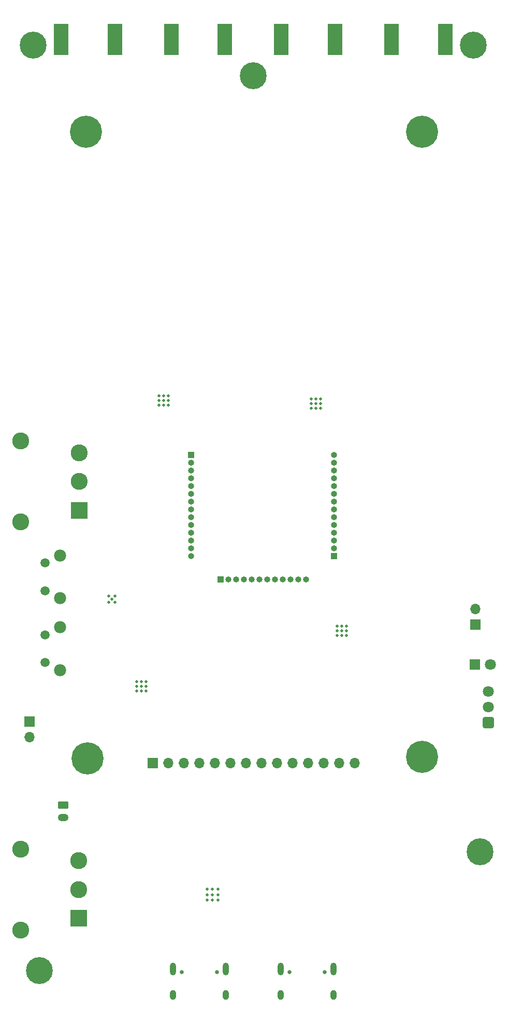
<source format=gbr>
%TF.GenerationSoftware,KiCad,Pcbnew,8.0.3*%
%TF.CreationDate,2024-12-10T11:07:40+00:00*%
%TF.ProjectId,PCB V2.4,50434220-5632-42e3-942e-6b696361645f,rev?*%
%TF.SameCoordinates,Original*%
%TF.FileFunction,Soldermask,Bot*%
%TF.FilePolarity,Negative*%
%FSLAX46Y46*%
G04 Gerber Fmt 4.6, Leading zero omitted, Abs format (unit mm)*
G04 Created by KiCad (PCBNEW 8.0.3) date 2024-12-10 11:07:40*
%MOMM*%
%LPD*%
G01*
G04 APERTURE LIST*
G04 Aperture macros list*
%AMRoundRect*
0 Rectangle with rounded corners*
0 $1 Rounding radius*
0 $2 $3 $4 $5 $6 $7 $8 $9 X,Y pos of 4 corners*
0 Add a 4 corners polygon primitive as box body*
4,1,4,$2,$3,$4,$5,$6,$7,$8,$9,$2,$3,0*
0 Add four circle primitives for the rounded corners*
1,1,$1+$1,$2,$3*
1,1,$1+$1,$4,$5*
1,1,$1+$1,$6,$7*
1,1,$1+$1,$8,$9*
0 Add four rect primitives between the rounded corners*
20,1,$1+$1,$2,$3,$4,$5,0*
20,1,$1+$1,$4,$5,$6,$7,0*
20,1,$1+$1,$6,$7,$8,$9,0*
20,1,$1+$1,$8,$9,$2,$3,0*%
G04 Aperture macros list end*
%ADD10C,0.700000*%
%ADD11C,4.400000*%
%ADD12C,0.500000*%
%ADD13C,1.515000*%
%ADD14C,1.980000*%
%ADD15R,1.000000X1.000000*%
%ADD16O,1.000000X1.000000*%
%ADD17RoundRect,0.250200X0.649800X-0.649800X0.649800X0.649800X-0.649800X0.649800X-0.649800X-0.649800X0*%
%ADD18C,1.800000*%
%ADD19C,0.650000*%
%ADD20O,1.000000X2.100000*%
%ADD21O,1.000000X1.600000*%
%ADD22R,1.700000X1.700000*%
%ADD23O,1.700000X1.700000*%
%ADD24C,0.800000*%
%ADD25C,5.250000*%
%ADD26R,2.420000X5.080000*%
%ADD27R,1.800000X1.800000*%
%ADD28RoundRect,0.250000X-0.625000X0.350000X-0.625000X-0.350000X0.625000X-0.350000X0.625000X0.350000X0*%
%ADD29O,1.750000X1.200000*%
%ADD30R,2.775000X2.775000*%
%ADD31C,2.775000*%
G04 APERTURE END LIST*
D10*
%TO.C,H1*%
X66473500Y-178487200D03*
X66956774Y-177320474D03*
X66956774Y-179653926D03*
X68123500Y-176837200D03*
D11*
X68123500Y-178487200D03*
D10*
X68123500Y-180137200D03*
X69290226Y-177320474D03*
X69290226Y-179653926D03*
X69773500Y-178487200D03*
%TD*%
D12*
%TO.C,IC4*%
X116834500Y-122312200D03*
X116834500Y-123074200D03*
X116834500Y-123836200D03*
X117596500Y-122312200D03*
X117596500Y-123074200D03*
X117596500Y-123836200D03*
X118358500Y-122312200D03*
X118358500Y-123074200D03*
X118358500Y-123836200D03*
%TD*%
%TO.C,IC6*%
X112643500Y-86752200D03*
X113405500Y-86752200D03*
X114167500Y-86752200D03*
X112643500Y-85990200D03*
X113405500Y-85990200D03*
X114167500Y-85990200D03*
X112643500Y-85228200D03*
X113405500Y-85228200D03*
X114167500Y-85228200D03*
%TD*%
D13*
%TO.C,RESET1*%
X69082500Y-111986200D03*
X69082500Y-116486200D03*
D14*
X71572500Y-110731200D03*
X71572500Y-117741200D03*
%TD*%
D15*
%TO.C,J10*%
X116326500Y-110882200D03*
D16*
X116326500Y-109612200D03*
X116326500Y-108342200D03*
X116326500Y-107072200D03*
X116326500Y-105802200D03*
X116326500Y-104532200D03*
X116326500Y-103262200D03*
X116326500Y-101992200D03*
X116326500Y-100722200D03*
X116326500Y-99452200D03*
X116326500Y-98182200D03*
X116326500Y-96912200D03*
X116326500Y-95642200D03*
X116326500Y-94372200D03*
%TD*%
D17*
%TO.C,U5*%
X141598500Y-138060200D03*
D18*
X141598500Y-135520200D03*
X141598500Y-132980200D03*
%TD*%
D12*
%TO.C,U6*%
X95562500Y-165206200D03*
X95562500Y-166095200D03*
X95562500Y-166984200D03*
X96451500Y-165206200D03*
X96451500Y-166095200D03*
X96451500Y-166984200D03*
X97340500Y-165206200D03*
X97340500Y-166095200D03*
X97340500Y-166984200D03*
%TD*%
D19*
%TO.C,USB_OTG1*%
X109053500Y-178787200D03*
X114833500Y-178787200D03*
D20*
X107623500Y-178257200D03*
D21*
X107623500Y-182437200D03*
D20*
X116263500Y-178257200D03*
D21*
X116263500Y-182437200D03*
%TD*%
D19*
%TO.C,USB_UART1*%
X91413500Y-178787200D03*
X97193500Y-178787200D03*
D20*
X89983500Y-178257200D03*
D21*
X89983500Y-182437200D03*
D20*
X98623500Y-178257200D03*
D21*
X98623500Y-182437200D03*
%TD*%
D22*
%TO.C,SCREEN1*%
X86742400Y-144619700D03*
D23*
X89282400Y-144619700D03*
X91822400Y-144619700D03*
X94362400Y-144619700D03*
X96902400Y-144619700D03*
X99442400Y-144619700D03*
X101982400Y-144619700D03*
X104522400Y-144619700D03*
X107062400Y-144619700D03*
X109602400Y-144619700D03*
X112142400Y-144619700D03*
X114682400Y-144619700D03*
X117222400Y-144619700D03*
X119762400Y-144619700D03*
D24*
X73652400Y-41579700D03*
X73906400Y-143873700D03*
X74414400Y-39882644D03*
X74414400Y-43276756D03*
X74668400Y-142176644D03*
X74668400Y-145570756D03*
X75802400Y-39499700D03*
D25*
X75802400Y-41579700D03*
D24*
X75802400Y-43817700D03*
X76056400Y-141793700D03*
D25*
X76056400Y-143873700D03*
D24*
X76056400Y-146111700D03*
X77208400Y-39882644D03*
X77208400Y-43276756D03*
X77462400Y-142176644D03*
X77462400Y-145570756D03*
X77970400Y-41579700D03*
X78224400Y-143873700D03*
X128552400Y-41579700D03*
X128552400Y-143619700D03*
X129314400Y-39882644D03*
X129314400Y-43276756D03*
X129314400Y-141922644D03*
X129314400Y-145316756D03*
X130702400Y-39499700D03*
D25*
X130702400Y-41579700D03*
D24*
X130702400Y-43817700D03*
X130702400Y-141539700D03*
D25*
X130702400Y-143619700D03*
D24*
X130702400Y-145857700D03*
X132108400Y-39882644D03*
X132108400Y-43276756D03*
X132108400Y-141922644D03*
X132108400Y-145316756D03*
X132870400Y-41579700D03*
X132870400Y-143619700D03*
%TD*%
D10*
%TO.C,H3*%
X65473500Y-27487200D03*
X65956774Y-26320474D03*
X65956774Y-28653926D03*
X67123500Y-25837200D03*
D11*
X67123500Y-27487200D03*
D10*
X67123500Y-29137200D03*
X68290226Y-26320474D03*
X68290226Y-28653926D03*
X68773500Y-27487200D03*
%TD*%
D26*
%TO.C,AE7*%
X98503500Y-26557200D03*
X89743500Y-26557200D03*
%TD*%
D27*
%TO.C,D4*%
X139348500Y-128520200D03*
D18*
X141888500Y-128520200D03*
%TD*%
D10*
%TO.C,H2*%
X138552500Y-159142200D03*
X139035774Y-157975474D03*
X139035774Y-160308926D03*
X140202500Y-157492200D03*
D11*
X140202500Y-159142200D03*
D10*
X140202500Y-160792200D03*
X141369226Y-157975474D03*
X141369226Y-160308926D03*
X141852500Y-159142200D03*
%TD*%
D28*
%TO.C,JSTPH1*%
X72073500Y-151487200D03*
D29*
X72073500Y-153487200D03*
%TD*%
D22*
%TO.C,J1*%
X66542500Y-137826200D03*
D23*
X66542500Y-140366200D03*
%TD*%
D12*
%TO.C,U10*%
X84100500Y-132885700D03*
X84862500Y-132885700D03*
X85624500Y-132885700D03*
X84100500Y-132123700D03*
X84862500Y-132123700D03*
X85624500Y-132123700D03*
X84100500Y-131361700D03*
X84862500Y-131361700D03*
X85624500Y-131361700D03*
%TD*%
D26*
%TO.C,AE1*%
X80503500Y-26557200D03*
X71743500Y-26557200D03*
%TD*%
D13*
%TO.C,BOOT1*%
X69082500Y-123741200D03*
X69082500Y-128241200D03*
D14*
X71572500Y-122486200D03*
X71572500Y-129496200D03*
%TD*%
D26*
%TO.C,AE3*%
X134503500Y-26557200D03*
X125743500Y-26557200D03*
%TD*%
D10*
%TO.C,H5*%
X101473500Y-32487200D03*
X101956774Y-31320474D03*
X101956774Y-33653926D03*
X103123500Y-30837200D03*
D11*
X103123500Y-32487200D03*
D10*
X103123500Y-34137200D03*
X104290226Y-31320474D03*
X104290226Y-33653926D03*
X104773500Y-32487200D03*
%TD*%
D30*
%TO.C,ANT_SW1*%
X74653500Y-103392200D03*
D31*
X74653500Y-98692200D03*
X74653500Y-93992200D03*
X65123500Y-105297200D03*
X65123500Y-92087200D03*
%TD*%
D10*
%TO.C,H4*%
X137473500Y-27487200D03*
X137956774Y-26320474D03*
X137956774Y-28653926D03*
X139123500Y-25837200D03*
D11*
X139123500Y-27487200D03*
D10*
X139123500Y-29137200D03*
X140290226Y-26320474D03*
X140290226Y-28653926D03*
X140773500Y-27487200D03*
%TD*%
D22*
%TO.C,J6*%
X139440500Y-122063200D03*
D23*
X139440500Y-119523200D03*
%TD*%
D15*
%TO.C,J8*%
X92958500Y-94372200D03*
D16*
X92958500Y-95642200D03*
X92958500Y-96912200D03*
X92958500Y-98182200D03*
X92958500Y-99452200D03*
X92958500Y-100722200D03*
X92958500Y-101992200D03*
X92958500Y-103262200D03*
X92958500Y-104532200D03*
X92958500Y-105802200D03*
X92958500Y-107072200D03*
X92958500Y-108342200D03*
X92958500Y-109612200D03*
X92958500Y-110882200D03*
%TD*%
D12*
%TO.C,IC2*%
X89275500Y-86244200D03*
X89275500Y-85482200D03*
X89275500Y-84720200D03*
X88513500Y-86244200D03*
X88513500Y-85482200D03*
X88513500Y-84720200D03*
X87751500Y-86244200D03*
X87751500Y-85482200D03*
X87751500Y-84720200D03*
%TD*%
%TO.C,U12*%
X79508500Y-118426000D03*
X80524500Y-118426000D03*
X80016500Y-117918000D03*
X79508500Y-117410000D03*
X80524500Y-117410000D03*
%TD*%
D30*
%TO.C,PWR_SW1*%
X74623500Y-169987200D03*
D31*
X74623500Y-165287200D03*
X74623500Y-160587200D03*
X65093500Y-171892200D03*
X65093500Y-158682200D03*
%TD*%
D15*
%TO.C,J9*%
X97784500Y-114692200D03*
D16*
X99054500Y-114692200D03*
X100324500Y-114692200D03*
X101594500Y-114692200D03*
X102864500Y-114692200D03*
X104134500Y-114692200D03*
X105404500Y-114692200D03*
X106674500Y-114692200D03*
X107944500Y-114692200D03*
X109214500Y-114692200D03*
X110484500Y-114692200D03*
X111754500Y-114692200D03*
%TD*%
D26*
%TO.C,AE5*%
X116503500Y-26557200D03*
X107743500Y-26557200D03*
%TD*%
M02*

</source>
